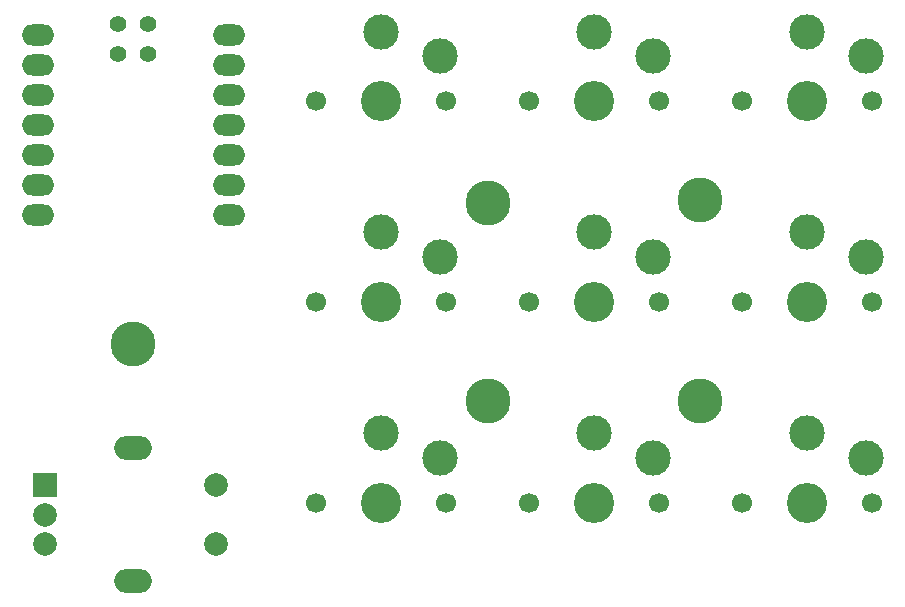
<source format=gbr>
%TF.GenerationSoftware,KiCad,Pcbnew,8.0.8*%
%TF.CreationDate,2025-02-14T20:38:13+05:30*%
%TF.ProjectId,bytepad,62797465-7061-4642-9e6b-696361645f70,8.2*%
%TF.SameCoordinates,Original*%
%TF.FileFunction,Soldermask,Top*%
%TF.FilePolarity,Negative*%
%FSLAX46Y46*%
G04 Gerber Fmt 4.6, Leading zero omitted, Abs format (unit mm)*
G04 Created by KiCad (PCBNEW 8.0.8) date 2025-02-14 20:38:13*
%MOMM*%
%LPD*%
G01*
G04 APERTURE LIST*
%ADD10C,1.700000*%
%ADD11C,3.000000*%
%ADD12C,3.400000*%
%ADD13C,3.800000*%
%ADD14O,2.750000X1.800000*%
%ADD15C,1.397000*%
%ADD16O,3.200000X2.000000*%
%ADD17R,2.000000X2.000000*%
%ADD18C,2.000000*%
G04 APERTURE END LIST*
D10*
%TO.C,SW4*%
X74500000Y-66000000D03*
D11*
X80000000Y-60100000D03*
D12*
X80000000Y-66000000D03*
D11*
X85000000Y-62200000D03*
D10*
X85500000Y-66000000D03*
%TD*%
%TO.C,SW8*%
X92500000Y-83000000D03*
D11*
X98000000Y-77100000D03*
D12*
X98000000Y-83000000D03*
D11*
X103000000Y-79200000D03*
D10*
X103500000Y-83000000D03*
%TD*%
%TO.C,SW6*%
X110500000Y-66000000D03*
D11*
X116000000Y-60100000D03*
D12*
X116000000Y-66000000D03*
D11*
X121000000Y-62200000D03*
D10*
X121500000Y-66000000D03*
%TD*%
D13*
%TO.C,H4*%
X107000000Y-74400000D03*
%TD*%
D10*
%TO.C,SW1*%
X74500000Y-49000000D03*
D11*
X80000000Y-43100000D03*
D12*
X80000000Y-49000000D03*
D11*
X85000000Y-45200000D03*
D10*
X85500000Y-49000000D03*
%TD*%
%TO.C,SW7*%
X74500000Y-83000000D03*
D11*
X80000000Y-77100000D03*
D12*
X80000000Y-83000000D03*
D11*
X85000000Y-79200000D03*
D10*
X85500000Y-83000000D03*
%TD*%
D13*
%TO.C,H1*%
X89000000Y-57600000D03*
%TD*%
%TO.C,H5*%
X59000000Y-69600000D03*
%TD*%
D14*
%TO.C,U1*%
X50905000Y-43380000D03*
X50905000Y-45920000D03*
X50905000Y-48460000D03*
X50905000Y-51000000D03*
X50905000Y-53540000D03*
X50905000Y-56080000D03*
X50905000Y-58620000D03*
X67095000Y-58620000D03*
X67095000Y-56080000D03*
X67095000Y-53540000D03*
X67095000Y-51000000D03*
X67095000Y-48460000D03*
X67095000Y-45920000D03*
X67095000Y-43380000D03*
D15*
X57730000Y-42428000D03*
X60270000Y-42428000D03*
X57730000Y-44968000D03*
X60270000Y-44968000D03*
%TD*%
D13*
%TO.C,H3*%
X89000000Y-74400000D03*
%TD*%
D10*
%TO.C,SW5*%
X92500000Y-66000000D03*
D11*
X98000000Y-60100000D03*
D12*
X98000000Y-66000000D03*
D11*
X103000000Y-62200000D03*
D10*
X103500000Y-66000000D03*
%TD*%
%TO.C,SW3*%
X110500000Y-49000000D03*
D11*
X116000000Y-43100000D03*
D12*
X116000000Y-49000000D03*
D11*
X121000000Y-45200000D03*
D10*
X121500000Y-49000000D03*
%TD*%
D13*
%TO.C,H2*%
X107000000Y-57400000D03*
%TD*%
D16*
%TO.C,ROT1*%
X59000000Y-78400000D03*
X59000000Y-89600000D03*
D17*
X51500000Y-81500000D03*
D18*
X51500000Y-86500000D03*
X51500000Y-84000000D03*
X66000000Y-86500000D03*
X66000000Y-81500000D03*
%TD*%
D10*
%TO.C,SW9*%
X110500000Y-83000000D03*
D11*
X116000000Y-77100000D03*
D12*
X116000000Y-83000000D03*
D11*
X121000000Y-79200000D03*
D10*
X121500000Y-83000000D03*
%TD*%
%TO.C,SW2*%
X92500000Y-49000000D03*
D11*
X98000000Y-43100000D03*
D12*
X98000000Y-49000000D03*
D11*
X103000000Y-45200000D03*
D10*
X103500000Y-49000000D03*
%TD*%
M02*

</source>
